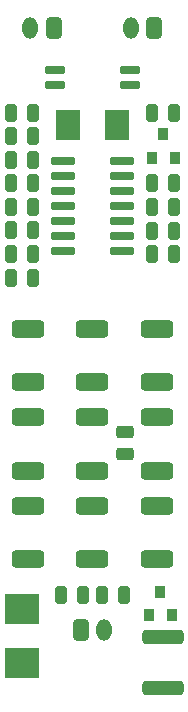
<source format=gbr>
%TF.GenerationSoftware,KiCad,Pcbnew,(6.0.1-0)*%
%TF.CreationDate,2022-02-25T00:15:48-05:00*%
%TF.ProjectId,aquabotsBMSModule,61717561-626f-4747-9342-4d534d6f6475,rev?*%
%TF.SameCoordinates,Original*%
%TF.FileFunction,Soldermask,Top*%
%TF.FilePolarity,Negative*%
%FSLAX46Y46*%
G04 Gerber Fmt 4.6, Leading zero omitted, Abs format (unit mm)*
G04 Created by KiCad (PCBNEW (6.0.1-0)) date 2022-02-25 00:15:48*
%MOMM*%
%LPD*%
G01*
G04 APERTURE LIST*
G04 Aperture macros list*
%AMRoundRect*
0 Rectangle with rounded corners*
0 $1 Rounding radius*
0 $2 $3 $4 $5 $6 $7 $8 $9 X,Y pos of 4 corners*
0 Add a 4 corners polygon primitive as box body*
4,1,4,$2,$3,$4,$5,$6,$7,$8,$9,$2,$3,0*
0 Add four circle primitives for the rounded corners*
1,1,$1+$1,$2,$3*
1,1,$1+$1,$4,$5*
1,1,$1+$1,$6,$7*
1,1,$1+$1,$8,$9*
0 Add four rect primitives between the rounded corners*
20,1,$1+$1,$2,$3,$4,$5,0*
20,1,$1+$1,$4,$5,$6,$7,0*
20,1,$1+$1,$6,$7,$8,$9,0*
20,1,$1+$1,$8,$9,$2,$3,0*%
G04 Aperture macros list end*
%ADD10RoundRect,0.050000X-1.000000X-1.200000X1.000000X-1.200000X1.000000X1.200000X-1.000000X1.200000X0*%
%ADD11RoundRect,0.050000X-1.400000X1.200000X-1.400000X-1.200000X1.400000X-1.200000X1.400000X1.200000X0*%
%ADD12RoundRect,0.200000X-0.825000X-0.150000X0.825000X-0.150000X0.825000X0.150000X-0.825000X0.150000X0*%
%ADD13RoundRect,0.293750X-0.243750X-0.456250X0.243750X-0.456250X0.243750X0.456250X-0.243750X0.456250X0*%
%ADD14RoundRect,0.293750X0.243750X0.456250X-0.243750X0.456250X-0.243750X-0.456250X0.243750X-0.456250X0*%
%ADD15RoundRect,0.300000X-1.450000X0.312500X-1.450000X-0.312500X1.450000X-0.312500X1.450000X0.312500X0*%
%ADD16RoundRect,0.300000X-0.350000X-0.625000X0.350000X-0.625000X0.350000X0.625000X-0.350000X0.625000X0*%
%ADD17O,1.300000X1.850000*%
%ADD18RoundRect,0.050000X0.400000X-0.450000X0.400000X0.450000X-0.400000X0.450000X-0.400000X-0.450000X0*%
%ADD19RoundRect,0.300000X-1.075000X0.425000X-1.075000X-0.425000X1.075000X-0.425000X1.075000X0.425000X0*%
%ADD20RoundRect,0.293750X0.456250X-0.243750X0.456250X0.243750X-0.456250X0.243750X-0.456250X-0.243750X0*%
%ADD21RoundRect,0.300000X0.350000X0.625000X-0.350000X0.625000X-0.350000X-0.625000X0.350000X-0.625000X0*%
%ADD22RoundRect,0.200000X-0.662500X-0.150000X0.662500X-0.150000X0.662500X0.150000X-0.662500X0.150000X0*%
G04 APERTURE END LIST*
D10*
%TO.C,Y1*%
X132100000Y-57250000D03*
X127900000Y-57250000D03*
%TD*%
D11*
%TO.C,D2*%
X124000000Y-98200000D03*
X124000000Y-102800000D03*
%TD*%
D12*
%TO.C,ATTINY841*%
X127525000Y-60290000D03*
X127525000Y-61560000D03*
X127525000Y-62830000D03*
X127525000Y-64100000D03*
X127525000Y-65370000D03*
X127525000Y-66640000D03*
X127525000Y-67910000D03*
X132475000Y-67910000D03*
X132475000Y-66640000D03*
X132475000Y-65370000D03*
X132475000Y-64100000D03*
X132475000Y-62830000D03*
X132475000Y-61560000D03*
X132475000Y-60290000D03*
%TD*%
D13*
%TO.C,C2*%
X123125000Y-66167855D03*
X125000000Y-66167855D03*
%TD*%
D14*
%TO.C,C5*%
X125000000Y-60187142D03*
X123125000Y-60187142D03*
%TD*%
D15*
%TO.C,F1*%
X136000000Y-100612500D03*
X136000000Y-104887500D03*
%TD*%
D16*
%TO.C,POWER1*%
X129000000Y-100000000D03*
D17*
X131000000Y-100000000D03*
%TD*%
D18*
%TO.C,Q1*%
X134800000Y-98750000D03*
X136700000Y-98750000D03*
X135750000Y-96750000D03*
%TD*%
D13*
%TO.C,R3*%
X135000000Y-64200000D03*
X136875000Y-64200000D03*
%TD*%
%TO.C,R4*%
X135000000Y-66200000D03*
X136875000Y-66200000D03*
%TD*%
%TO.C,R5*%
X123125000Y-56200000D03*
X125000000Y-56200000D03*
%TD*%
D19*
%TO.C,R8*%
X135500000Y-82000000D03*
X135500000Y-86500000D03*
%TD*%
%TO.C,R12*%
X135500000Y-89500000D03*
X135500000Y-94000000D03*
%TD*%
D13*
%TO.C,R16*%
X123125000Y-58200000D03*
X125000000Y-58200000D03*
%TD*%
D14*
%TO.C,R18*%
X125000000Y-68161426D03*
X123125000Y-68161426D03*
%TD*%
D20*
%TO.C,R19*%
X132750000Y-85125000D03*
X132750000Y-83250000D03*
%TD*%
D13*
%TO.C,R20*%
X135000000Y-68161426D03*
X136875000Y-68161426D03*
%TD*%
D19*
%TO.C,R25*%
X130000000Y-82000000D03*
X130000000Y-86500000D03*
%TD*%
%TO.C,R26*%
X124500000Y-82000000D03*
X124500000Y-86500000D03*
%TD*%
%TO.C,R29*%
X130000000Y-89500000D03*
X130000000Y-94000000D03*
%TD*%
%TO.C,R30*%
X124500000Y-89500000D03*
X124500000Y-94000000D03*
%TD*%
D21*
%TO.C,RX1*%
X126750000Y-49000000D03*
D17*
X124750000Y-49000000D03*
%TD*%
D21*
%TO.C,TX1*%
X135250000Y-49000000D03*
D17*
X133250000Y-49000000D03*
%TD*%
D13*
%TO.C,D4*%
X123125000Y-70200000D03*
X125000000Y-70200000D03*
%TD*%
D19*
%TO.C,R24*%
X124500000Y-74500000D03*
X124500000Y-79000000D03*
%TD*%
%TO.C,R6*%
X135500000Y-74500000D03*
X135500000Y-79000000D03*
%TD*%
%TO.C,R22*%
X130000000Y-74500000D03*
X130000000Y-79000000D03*
%TD*%
D13*
%TO.C,C4*%
X135000000Y-56200000D03*
X136875000Y-56200000D03*
%TD*%
%TO.C,C1*%
X123125000Y-64174284D03*
X125000000Y-64174284D03*
%TD*%
D22*
%TO.C,U1*%
X126812500Y-52615000D03*
X126812500Y-53885000D03*
X133187500Y-53885000D03*
X133187500Y-52615000D03*
%TD*%
D13*
%TO.C,R1*%
X123125000Y-62180713D03*
X125000000Y-62180713D03*
%TD*%
%TO.C,R2*%
X135000000Y-62170000D03*
X136875000Y-62170000D03*
%TD*%
D18*
%TO.C,D1*%
X135057500Y-60000000D03*
X136957500Y-60000000D03*
X136007500Y-58000000D03*
%TD*%
D13*
%TO.C,R14*%
X130832500Y-97000000D03*
X132707500Y-97000000D03*
%TD*%
D14*
%TO.C,R15*%
X129167500Y-97000000D03*
X127292500Y-97000000D03*
%TD*%
M02*

</source>
